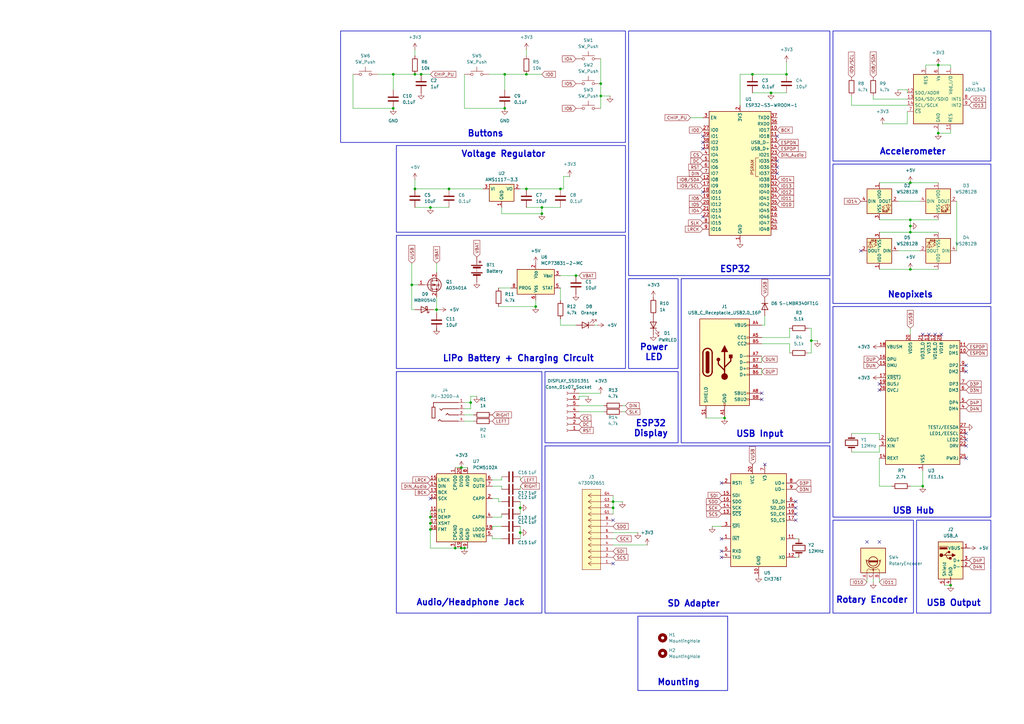
<source format=kicad_sch>
(kicad_sch (version 20250114) (generator "eeschema") (generator_version "9.0")
  (paper "A3")
  (rectangle (start 341.63 213.36) (end 374.65 251.46) (stroke (width 0.254)))
  (rectangle (start 223.52 152.4) (end 278.13 181.61) (stroke (width 0.254)))
  (rectangle (start 279.4 114.3) (end 340.36 181.61) (stroke (width 0.254)))
  (rectangle (start 223.52 182.88) (end 340.36 251.46) (stroke (width 0.254)))
  (rectangle (start 257.81 114.3) (end 278.13 151.13) (stroke (width 0.254)))
  (rectangle (start 139.7 12.7) (end 256.54 58.42) (stroke (width 0.254)))
  (rectangle (start 162.56 59.69) (end 256.54 95.25) (stroke (width 0.254)))
  (rectangle (start 341.63 67.31) (end 406.4 124.46) (stroke (width 0.254)))
  (rectangle (start 375.92 213.36) (end 406.4 251.46) (stroke (width 0.254)))
  (rectangle (start 257.81 12.7) (end 340.36 113.03) (stroke (width 0.254)))
  (rectangle (start 162.56 152.4) (end 222.25 251.46) (stroke (width 0.254)))
  (rectangle (start 341.63 12.7) (end 406.4 66.04) (stroke (width 0.254)))
  (rectangle (start 162.56 96.52) (end 256.54 151.13) (stroke (width 0.254)))
  (rectangle (start 261.62 252.73) (end 298.45 283.21) (stroke (width 0.254)))
  (rectangle (start 341.63 125.73) (end 406.4 212.09) (stroke (width 0.254)))
  (text "Voltage Regulator\n" (at 206.502 63.246 0) (effects (font (size 2.54 2.54) (thickness 0.508) (bold yes))))
  (text "Buttons" (at 199.136 54.864 0) (effects (font (size 2.54 2.54) (thickness 0.508) (bold yes))))
  (text "Audio/Headphone Jack" (at 193.04 247.142 0) (effects (font (size 2.54 2.54) (thickness 0.508) (bold yes))))
  (text "ESP32" (at 301.498 110.49 0) (effects (font (size 2.54 2.54) (thickness 0.508) (bold yes))))
  (text "Power\nLED" (at 268.224 144.526 0) (effects (font (size 2.54 2.54) (thickness 0.508) (bold yes))))
  (text " Mounting" (at 277.368 279.908 0) (effects (font (size 2.54 2.54) (thickness 0.508) (bold yes))))
  (text "Accelerometer" (at 374.396 62.23 0) (effects (font (size 2.54 2.54) (thickness 0.508) (bold yes))))
  (text "LiPo Battery + Charging Circuit" (at 212.598 147.066 0) (effects (font (size 2.54 2.54) (thickness 0.508) (bold yes))))
  (text "USB Hub\n" (at 374.65 209.55 0) (effects (font (size 2.54 2.54) (thickness 0.508) (bold yes))))
  (text "USB Input\n\n" (at 311.658 180.086 0) (effects (font (size 2.54 2.54) (thickness 0.508) (bold yes))))
  (text "USB Output\n\n" (at 391.16 249.428 0) (effects (font (size 2.54 2.54) (thickness 0.508) (bold yes))))
  (text "Rotary Encoder" (at 357.632 246.126 0) (effects (font (size 2.54 2.54) (thickness 0.508) (bold yes))))
  (text "SD Adapter" (at 284.48 247.65 0) (effects (font (size 2.54 2.54) (thickness 0.508) (bold yes))))
  (text "ESP32\nDisplay" (at 266.954 175.768 0) (effects (font (size 2.54 2.54) (thickness 0.508) (bold yes))))
  (text "Neopixels\n" (at 373.38 120.904 0) (effects (font (size 2.54 2.54) (thickness 0.508) (bold yes))))
  (junction (at 176.53 85.09))
  (junction (at 186.69 224.79))
  (junction (at 222.25 85.09))
  (junction (at 193.04 165.1))
  (junction (at 170.18 77.47))
  (junction (at 373.38 90.17))
  (junction (at 229.87 77.47))
  (junction (at 378.46 199.39))
  (junction (at 222.25 87.63))
  (junction (at 384.81 26.67))
  (junction (at 236.22 113.03))
  (junction (at 176.53 214.63))
  (junction (at 384.81 54.61))
  (junction (at 251.46 205.74))
  (junction (at 251.46 208.28))
  (junction (at 215.9 30.48))
  (junction (at 373.38 74.93))
  (junction (at 207.01 44.45))
  (junction (at 246.38 39.37))
  (junction (at 373.38 110.49))
  (junction (at 297.18 171.45))
  (junction (at 373.38 95.25))
  (junction (at 215.9 77.47))
  (junction (at 316.23 38.1))
  (junction (at 322.58 30.48))
  (junction (at 332.74 139.7))
  (junction (at 213.36 218.44))
  (junction (at 176.53 212.09))
  (junction (at 189.23 191.77))
  (junction (at 170.18 30.48))
  (junction (at 168.91 116.84))
  (junction (at 246.38 34.29))
  (junction (at 213.36 208.28))
  (junction (at 190.5 224.79))
  (junction (at 172.72 30.48))
  (junction (at 176.53 217.17))
  (junction (at 161.29 44.45))
  (junction (at 179.07 127))
  (junction (at 184.15 77.47))
  (junction (at 161.29 30.48))
  (junction (at 389.89 240.03))
  (junction (at 308.61 30.48))
  (junction (at 207.01 30.48))
  (junction (at 373.38 92.71))
  (junction (at 219.71 125.73))
  (junction (at 189.23 224.79))
  (no_connect (at 360.68 157.48))
  (no_connect (at 288.29 58.42))
  (no_connect (at 378.46 137.16))
  (no_connect (at 312.42 161.29))
  (no_connect (at 383.54 137.16))
  (no_connect (at 251.46 213.36))
  (no_connect (at 176.53 204.47))
  (no_connect (at 326.39 205.74))
  (no_connect (at 295.91 226.06))
  (no_connect (at 318.77 68.58))
  (no_connect (at 251.46 231.14))
  (no_connect (at 360.68 160.02))
  (no_connect (at 396.24 152.4))
  (no_connect (at 326.39 213.36))
  (no_connect (at 288.29 60.96))
  (no_connect (at 396.24 149.86))
  (no_connect (at 396.24 177.8))
  (no_connect (at 355.6 222.25))
  (no_connect (at 386.08 137.16))
  (no_connect (at 381 137.16))
  (no_connect (at 396.24 187.96))
  (no_connect (at 318.77 66.04))
  (no_connect (at 396.24 182.88))
  (no_connect (at 360.68 222.25))
  (no_connect (at 318.77 55.88))
  (no_connect (at 288.29 88.9))
  (no_connect (at 312.42 163.83))
  (no_connect (at 326.39 208.28))
  (no_connect (at 288.29 55.88))
  (no_connect (at 396.24 180.34))
  (no_connect (at 295.91 198.12))
  (no_connect (at 295.91 220.98))
  (no_connect (at 318.77 71.12))
  (no_connect (at 313.69 190.5))
  (no_connect (at 326.39 210.82))
  (no_connect (at 353.06 102.87))
  (no_connect (at 295.91 228.6))
  (no_connect (at 288.29 78.74))
  (wire (pts (xy 204.47 205.74) (xy 204.47 204.47)))
  (wire (pts (xy 387.35 240.03) (xy 389.89 240.03)))
  (wire (pts (xy 201.93 196.85) (xy 205.74 196.85)))
  (wire (pts (xy 323.85 140.97) (xy 323.85 144.78)))
  (wire (pts (xy 161.29 30.48) (xy 170.18 30.48)))
  (wire (pts (xy 312.42 133.35) (xy 313.69 133.35)))
  (wire (pts (xy 219.71 125.73) (xy 219.71 123.19)))
  (wire (pts (xy 373.38 110.49) (xy 384.81 110.49)))
  (wire (pts (xy 144.78 44.45) (xy 161.29 44.45)))
  (wire (pts (xy 251.46 205.74) (xy 255.27 205.74)))
  (wire (pts (xy 190.5 170.18) (xy 194.31 170.18)))
  (wire (pts (xy 312.42 146.05) (xy 312.42 148.59)))
  (wire (pts (xy 205.74 210.82) (xy 205.74 212.09)))
  (wire (pts (xy 207.01 30.48) (xy 207.01 36.83)))
  (wire (pts (xy 308.61 38.1) (xy 316.23 38.1)))
  (wire (pts (xy 251.46 223.52) (xy 265.43 223.52)))
  (wire (pts (xy 184.15 77.47) (xy 198.12 77.47)))
  (wire (pts (xy 179.07 121.92) (xy 179.07 127)))
  (wire (pts (xy 349.25 43.18) (xy 349.25 39.37)))
  (wire (pts (xy 161.29 30.48) (xy 161.29 36.83)))
  (wire (pts (xy 170.18 73.66) (xy 170.18 77.47)))
  (wire (pts (xy 379.73 27.94) (xy 379.73 26.67)))
  (wire (pts (xy 213.36 205.74) (xy 213.36 208.28)))
  (wire (pts (xy 332.74 144.78) (xy 331.47 144.78)))
  (wire (pts (xy 384.81 26.67) (xy 389.89 26.67)))
  (wire (pts (xy 360.68 177.8) (xy 360.68 180.34)))
  (wire (pts (xy 358.14 39.37) (xy 358.14 40.64)))
  (wire (pts (xy 201.93 219.71) (xy 201.93 220.98)))
  (wire (pts (xy 193.04 162.56) (xy 195.58 162.56)))
  (wire (pts (xy 245.11 133.35) (xy 243.84 133.35)))
  (wire (pts (xy 255.27 168.91) (xy 256.54 168.91)))
  (wire (pts (xy 322.58 25.4) (xy 322.58 30.48)))
  (wire (pts (xy 360.68 185.42) (xy 349.25 185.42)))
  (wire (pts (xy 172.72 30.48) (xy 176.53 30.48)))
  (wire (pts (xy 303.53 30.48) (xy 303.53 43.18)))
  (wire (pts (xy 360.68 187.96) (xy 360.68 199.39)))
  (wire (pts (xy 384.81 54.61) (xy 384.81 53.34)))
  (wire (pts (xy 215.9 77.47) (xy 213.36 77.47)))
  (wire (pts (xy 204.47 205.74) (xy 205.74 205.74)))
  (wire (pts (xy 179.07 127) (xy 177.8 127)))
  (wire (pts (xy 331.47 134.62) (xy 332.74 134.62)))
  (wire (pts (xy 378.46 193.04) (xy 378.46 199.39)))
  (wire (pts (xy 237.49 162.56) (xy 237.49 163.83)))
  (wire (pts (xy 176.53 212.09) (xy 176.53 214.63)))
  (wire (pts (xy 205.74 85.09) (xy 205.74 87.63)))
  (wire (pts (xy 170.18 85.09) (xy 176.53 85.09)))
  (wire (pts (xy 205.74 215.9) (xy 201.93 215.9)))
  (wire (pts (xy 332.74 139.7) (xy 332.74 144.78)))
  (wire (pts (xy 190.5 172.72) (xy 194.31 172.72)))
  (wire (pts (xy 323.85 138.43) (xy 323.85 134.62)))
  (wire (pts (xy 292.1 215.9) (xy 295.91 215.9)))
  (wire (pts (xy 186.69 224.79) (xy 189.23 224.79)))
  (wire (pts (xy 384.81 26.67) (xy 384.81 27.94)))
  (wire (pts (xy 215.9 30.48) (xy 222.25 30.48)))
  (wire (pts (xy 201.93 220.98) (xy 205.74 220.98)))
  (wire (pts (xy 231.14 77.47) (xy 229.87 77.47)))
  (wire (pts (xy 213.36 199.39) (xy 213.36 200.66)))
  (wire (pts (xy 170.18 20.32) (xy 170.18 22.86)))
  (wire (pts (xy 316.23 38.1) (xy 322.58 38.1)))
  (wire (pts (xy 251.46 203.2) (xy 251.46 205.74)))
  (wire (pts (xy 378.46 199.39) (xy 373.38 199.39)))
  (wire (pts (xy 327.66 228.6) (xy 326.39 228.6)))
  (wire (pts (xy 246.38 34.29) (xy 246.38 39.37)))
  (wire (pts (xy 289.56 171.45) (xy 297.18 171.45)))
  (wire (pts (xy 251.46 208.28) (xy 251.46 210.82)))
  (wire (pts (xy 368.3 36.83) (xy 372.11 36.83)))
  (wire (pts (xy 176.53 217.17) (xy 176.53 224.79)))
  (wire (pts (xy 154.94 30.48) (xy 161.29 30.48)))
  (wire (pts (xy 389.89 26.67) (xy 389.89 27.94)))
  (wire (pts (xy 312.42 140.97) (xy 323.85 140.97)))
  (wire (pts (xy 373.38 90.17) (xy 373.38 92.71)))
  (wire (pts (xy 193.04 162.56) (xy 193.04 165.1)))
  (wire (pts (xy 179.07 135.89) (xy 179.07 134.62)))
  (wire (pts (xy 180.34 127) (xy 179.07 127)))
  (wire (pts (xy 170.18 30.48) (xy 172.72 30.48)))
  (wire (pts (xy 379.73 26.67) (xy 384.81 26.67)))
  (wire (pts (xy 360.68 238.76) (xy 360.68 237.49)))
  (wire (pts (xy 229.87 130.81) (xy 229.87 133.35)))
  (wire (pts (xy 373.38 95.25) (xy 384.81 95.25)))
  (wire (pts (xy 251.46 218.44) (xy 261.62 218.44)))
  (wire (pts (xy 360.68 110.49) (xy 373.38 110.49)))
  (wire (pts (xy 373.38 90.17) (xy 384.81 90.17)))
  (wire (pts (xy 373.38 92.71) (xy 373.38 95.25)))
  (wire (pts (xy 358.14 238.76) (xy 358.14 237.49)))
  (wire (pts (xy 246.38 39.37) (xy 250.19 39.37)))
  (wire (pts (xy 392.43 82.55) (xy 392.43 102.87)))
  (wire (pts (xy 205.74 199.39) (xy 205.74 200.66)))
  (wire (pts (xy 308.61 30.48) (xy 322.58 30.48)))
  (wire (pts (xy 189.23 224.79) (xy 190.5 224.79)))
  (wire (pts (xy 236.22 113.03) (xy 237.49 113.03)))
  (wire (pts (xy 384.81 54.61) (xy 389.89 54.61)))
  (wire (pts (xy 222.25 85.09) (xy 229.87 85.09)))
  (wire (pts (xy 176.53 214.63) (xy 176.53 217.17)))
  (wire (pts (xy 283.21 48.26) (xy 288.29 48.26)))
  (wire (pts (xy 237.49 168.91) (xy 247.65 168.91)))
  (wire (pts (xy 201.93 199.39) (xy 205.74 199.39)))
  (wire (pts (xy 229.87 118.11) (xy 229.87 123.19)))
  (wire (pts (xy 252.73 220.98) (xy 251.46 220.98)))
  (wire (pts (xy 332.74 139.7) (xy 335.28 139.7)))
  (wire (pts (xy 372.11 36.83) (xy 372.11 38.1)))
  (wire (pts (xy 246.38 24.13) (xy 246.38 34.29)))
  (wire (pts (xy 179.07 107.95) (xy 179.07 111.76)))
  (wire (pts (xy 189.23 191.77) (xy 191.77 191.77)))
  (wire (pts (xy 200.66 30.48) (xy 207.01 30.48)))
  (wire (pts (xy 215.9 20.32) (xy 215.9 22.86)))
  (wire (pts (xy 215.9 85.09) (xy 222.25 85.09)))
  (wire (pts (xy 251.46 205.74) (xy 251.46 208.28)))
  (wire (pts (xy 186.69 191.77) (xy 189.23 191.77)))
  (wire (pts (xy 168.91 116.84) (xy 168.91 127)))
  (wire (pts (xy 360.68 90.17) (xy 373.38 90.17)))
  (wire (pts (xy 213.36 195.58) (xy 213.36 196.85)))
  (wire (pts (xy 222.25 87.63) (xy 222.25 85.09)))
  (wire (pts (xy 389.89 54.61) (xy 389.89 53.34)))
  (wire (pts (xy 168.91 107.95) (xy 168.91 116.84)))
  (wire (pts (xy 360.68 199.39) (xy 365.76 199.39)))
  (wire (pts (xy 237.49 161.29) (xy 246.38 161.29)))
  (wire (pts (xy 372.11 43.18) (xy 349.25 43.18)))
  (wire (pts (xy 377.19 102.87) (xy 368.3 102.87)))
  (wire (pts (xy 213.36 218.44) (xy 213.36 220.98)))
  (wire (pts (xy 332.74 134.62) (xy 332.74 139.7)))
  (wire (pts (xy 237.49 166.37) (xy 247.65 166.37)))
  (wire (pts (xy 229.87 113.03) (xy 236.22 113.03)))
  (wire (pts (xy 327.66 220.98) (xy 326.39 220.98)))
  (wire (pts (xy 205.74 87.63) (xy 222.25 87.63)))
  (wire (pts (xy 233.68 72.39) (xy 231.14 72.39)))
  (wire (pts (xy 176.53 85.09) (xy 184.15 85.09)))
  (wire (pts (xy 168.91 127) (xy 170.18 127)))
  (wire (pts (xy 176.53 209.55) (xy 176.53 212.09)))
  (wire (pts (xy 303.53 30.48) (xy 308.61 30.48)))
  (wire (pts (xy 176.53 224.79) (xy 186.69 224.79)))
  (wire (pts (xy 201.93 215.9) (xy 201.93 217.17)))
  (wire (pts (xy 229.87 77.47) (xy 215.9 77.47)))
  (wire (pts (xy 144.78 30.48) (xy 144.78 44.45)))
  (wire (pts (xy 204.47 204.47) (xy 201.93 204.47)))
  (wire (pts (xy 312.42 151.13) (xy 312.42 153.67)))
  (wire (pts (xy 373.38 134.62) (xy 373.38 137.16)))
  (wire (pts (xy 360.68 95.25) (xy 373.38 95.25)))
  (wire (pts (xy 190.5 167.64) (xy 193.04 167.64)))
  (wire (pts (xy 312.42 138.43) (xy 323.85 138.43)))
  (wire (pts (xy 360.68 182.88) (xy 360.68 185.42)))
  (wire (pts (xy 190.5 44.45) (xy 207.01 44.45)))
  (wire (pts (xy 246.38 39.37) (xy 246.38 44.45)))
  (wire (pts (xy 373.38 74.93) (xy 384.81 74.93)))
  (wire (pts (xy 168.91 116.84) (xy 171.45 116.84)))
  (wire (pts (xy 368.3 82.55) (xy 377.19 82.55)))
  (wire (pts (xy 372.11 50.8) (xy 372.11 45.72)))
  (wire (pts (xy 361.95 50.8) (xy 372.11 50.8)))
  (wire (pts (xy 204.47 125.73) (xy 219.71 125.73)))
  (wire (pts (xy 349.25 177.8) (xy 360.68 177.8)))
  (wire (pts (xy 207.01 30.48) (xy 215.9 30.48)))
  (wire (pts (xy 255.27 166.37) (xy 256.54 166.37)))
  (wire (pts (xy 213.36 215.9) (xy 213.36 218.44)))
  (wire (pts (xy 358.14 40.64) (xy 372.11 40.64)))
  (wire (pts (xy 170.18 77.47) (xy 184.15 77.47)))
  (wire (pts (xy 205.74 212.09) (xy 201.93 212.09)))
  (wire (pts (xy 360.68 74.93) (xy 373.38 74.93)))
  (wire (pts (xy 355.6 238.76) (xy 355.6 237.49)))
  (wire (pts (xy 213.36 210.82) (xy 213.36 208.28)))
  (wire (pts (xy 237.49 162.56) (xy 241.3 162.56)))
  (wire (pts (xy 190.5 30.48) (xy 190.5 44.45)))
  (wire (pts (xy 190.5 224.79) (xy 191.77 224.79)))
  (wire (pts (xy 313.69 133.35) (xy 313.69 129.54)))
  (wire (pts (xy 231.14 72.39) (xy 231.14 77.47)))
  (wire (pts (xy 229.87 133.35) (xy 236.22 133.35)))
  (wire (pts (xy 179.07 128.27) (xy 179.07 127)))
  (wire (pts (xy 193.04 165.1) (xy 190.5 165.1)))
  (wire (pts (xy 205.74 196.85) (xy 205.74 195.58)))
  (wire (pts (xy 204.47 118.11) (xy 209.55 118.11)))
  (wire (pts (xy 193.04 165.1) (xy 193.04 167.64)))
  (global_label "CS" (shape input) (at 237.49 171.45 0) (property "Intersheetrefs" "${INTERSHEET_REFS}" (effects (hide yes))))
  (global_label "IO14" (shape input) (at 318.77 73.66 0) (property "Intersheetrefs" "${INTERSHEET_REFS}" (effects (hide yes))))
  (global_label "VUSB" (shape input) (at 168.91 107.95 90) (property "Intersheetrefs" "${INTERSHEET_REFS}" (effects (hide yes))))
  (global_label "IO10" (shape input) (at 318.77 83.82 0) (property "Intersheetrefs" "${INTERSHEET_REFS}" (effects (hide yes))))
  (global_label "IO10" (shape input) (at 355.6 238.76 180) (property "Intersheetrefs" "${INTERSHEET_REFS}" (effects (hide yes))))
  (global_label "D3P" (shape input) (at 326.39 198.12 0) (property "Intersheetrefs" "${INTERSHEET_REFS}" (effects (hide yes))))
  (global_label "D3P" (shape input) (at 396.24 157.48 0) (property "Intersheetrefs" "${INTERSHEET_REFS}" (effects (hide yes))))
  (global_label "SDI" (shape input) (at 251.46 226.06 0) (property "Intersheetrefs" "${INTERSHEET_REFS}" (effects (hide yes))))
  (global_label "IO6" (shape input) (at 236.22 44.45 180) (property "Intersheetrefs" "${INTERSHEET_REFS}" (effects (hide yes))))
  (global_label "SDI" (shape input) (at 295.91 203.2 180) (property "Intersheetrefs" "${INTERSHEET_REFS}" (effects (hide yes))))
  (global_label "RST" (shape input) (at 288.29 68.58 180) (property "Intersheetrefs" "${INTERSHEET_REFS}" (effects (hide yes))))
  (global_label "DUN" (shape input) (at 360.68 149.86 180) (property "Intersheetrefs" "${INTERSHEET_REFS}" (effects (hide yes))))
  (global_label "BCK" (shape input) (at 176.53 201.93 180) (property "Intersheetrefs" "${INTERSHEET_REFS}" (effects (hide yes))))
  (global_label "DUP" (shape input) (at 312.42 152.4 0) (property "Intersheetrefs" "${INTERSHEET_REFS}" (effects (hide yes))))
  (global_label "IO4" (shape input) (at 236.22 24.13 180) (property "Intersheetrefs" "${INTERSHEET_REFS}" (effects (hide yes))))
  (global_label "DUN" (shape input) (at 312.42 147.32 0) (property "Intersheetrefs" "${INTERSHEET_REFS}" (effects (hide yes))))
  (global_label "VUSB" (shape input) (at 308.61 190.5 90) (property "Intersheetrefs" "${INTERSHEET_REFS}" (effects (hide yes))))
  (global_label "IO0" (shape input) (at 222.25 30.48 0) (property "Intersheetrefs" "${INTERSHEET_REFS}" (effects (hide yes))))
  (global_label "D3N" (shape input) (at 396.24 160.02 0) (property "Intersheetrefs" "${INTERSHEET_REFS}" (effects (hide yes))))
  (global_label "VUSB" (shape input) (at 313.69 121.92 90) (property "Intersheetrefs" "${INTERSHEET_REFS}" (effects (hide yes))))
  (global_label "SDO" (shape input) (at 251.46 215.9 0) (property "Intersheetrefs" "${INTERSHEET_REFS}" (effects (hide yes))))
  (global_label "CHIP_PU" (shape input) (at 176.53 30.48 0) (property "Intersheetrefs" "${INTERSHEET_REFS}" (effects (hide yes))))
  (global_label "IO4" (shape input) (at 288.29 86.36 180) (property "Intersheetrefs" "${INTERSHEET_REFS}" (effects (hide yes))))
  (global_label "D4N" (shape input) (at 396.24 167.64 0) (property "Intersheetrefs" "${INTERSHEET_REFS}" (effects (hide yes))))
  (global_label "SCS" (shape input) (at 251.46 228.6 0) (property "Intersheetrefs" "${INTERSHEET_REFS}" (effects (hide yes))))
  (global_label "RIGHT" (shape input) (at 201.93 170.18 0) (property "Intersheetrefs" "${INTERSHEET_REFS}" (effects (hide yes))))
  (global_label "IO11" (shape input) (at 360.68 238.76 0) (property "Intersheetrefs" "${INTERSHEET_REFS}" (effects (hide yes))))
  (global_label "IO13" (shape input) (at 318.77 76.2 0) (property "Intersheetrefs" "${INTERSHEET_REFS}" (effects (hide yes))))
  (global_label "IO0" (shape input) (at 288.29 53.34 180) (property "Intersheetrefs" "${INTERSHEET_REFS}" (effects (hide yes))))
  (global_label "LRCK" (shape input) (at 176.53 196.85 180) (property "Intersheetrefs" "${INTERSHEET_REFS}" (effects (hide yes))))
  (global_label "LRCK" (shape input) (at 288.29 93.98 180) (property "Intersheetrefs" "${INTERSHEET_REFS}" (effects (hide yes))))
  (global_label "VUSB" (shape input) (at 373.38 134.62 90) (property "Intersheetrefs" "${INTERSHEET_REFS}" (effects (hide yes))))
  (global_label "IO8{slash}SDA" (shape input) (at 358.14 31.75 90) (property "Intersheetrefs" "${INTERSHEET_REFS}" (effects (hide yes))))
  (global_label "D4P" (shape input) (at 397.51 229.87 0) (property "Intersheetrefs" "${INTERSHEET_REFS}" (effects (hide yes))))
  (global_label "SDO" (shape input) (at 295.91 205.74 180) (property "Intersheetrefs" "${INTERSHEET_REFS}" (effects (hide yes))))
  (global_label "IO5" (shape input) (at 236.22 34.29 180) (property "Intersheetrefs" "${INTERSHEET_REFS}" (effects (hide yes))))
  (global_label "LEFT" (shape input) (at 201.93 172.72 0) (property "Intersheetrefs" "${INTERSHEET_REFS}" (effects (hide yes))))
  (global_label "ESPDN" (shape input) (at 318.77 58.42 0) (property "Intersheetrefs" "${INTERSHEET_REFS}" (effects (hide yes))))
  (global_label "D4P" (shape input) (at 396.24 165.1 0) (property "Intersheetrefs" "${INTERSHEET_REFS}" (effects (hide yes))))
  (global_label "ESPDN" (shape input) (at 396.24 144.78 0) (property "Intersheetrefs" "${INTERSHEET_REFS}" (effects (hide yes))))
  (global_label "IO6" (shape input) (at 288.29 81.28 180) (property "Intersheetrefs" "${INTERSHEET_REFS}" (effects (hide yes))))
  (global_label "VBAT" (shape input) (at 195.58 105.41 90) (property "Intersheetrefs" "${INTERSHEET_REFS}" (effects (hide yes))))
  (global_label "IO9{slash}SCL" (shape input) (at 288.29 76.2 180) (property "Intersheetrefs" "${INTERSHEET_REFS}" (effects (hide yes))))
  (global_label "LEFT" (shape input) (at 213.36 196.85 0) (property "Intersheetrefs" "${INTERSHEET_REFS}" (effects (hide yes))))
  (global_label "DC" (shape input) (at 237.49 173.99 0) (property "Intersheetrefs" "${INTERSHEET_REFS}" (effects (hide yes))))
  (global_label "ESPDP" (shape input) (at 318.77 60.96 0) (property "Intersheetrefs" "${INTERSHEET_REFS}" (effects (hide yes))))
  (global_label "DUP" (shape input) (at 360.68 147.32 180) (property "Intersheetrefs" "${INTERSHEET_REFS}" (effects (hide yes))))
  (global_label "IO14" (shape input) (at 353.06 82.55 180) (property "Intersheetrefs" "${INTERSHEET_REFS}" (effects (hide yes))))
  (global_label "IO8{slash}SDA" (shape input) (at 288.29 73.66 180) (property "Intersheetrefs" "${INTERSHEET_REFS}" (effects (hide yes))))
  (global_label "RST" (shape input) (at 237.49 176.53 0) (property "Intersheetrefs" "${INTERSHEET_REFS}" (effects (hide yes))))
  (global_label "IO11" (shape input) (at 318.77 81.28 0) (property "Intersheetrefs" "${INTERSHEET_REFS}" (effects (hide yes))))
  (global_label "VBAT" (shape input) (at 237.49 113.03 0) (property "Intersheetrefs" "${INTERSHEET_REFS}" (effects (hide yes))))
  (global_label "IO12" (shape input) (at 397.51 40.64 0) (property "Intersheetrefs" "${INTERSHEET_REFS}" (effects (hide yes))))
  (global_label "DIN_Audio" (shape input) (at 318.77 63.5 0) (property "Intersheetrefs" "${INTERSHEET_REFS}" (effects (hide yes))))
  (global_label "CS" (shape input) (at 288.29 63.5 180) (property "Intersheetrefs" "${INTERSHEET_REFS}" (effects (hide yes))))
  (global_label "BCK" (shape input) (at 318.77 53.34 0) (property "Intersheetrefs" "${INTERSHEET_REFS}" (effects (hide yes))))
  (global_label "IO12" (shape input) (at 318.77 78.74 0) (property "Intersheetrefs" "${INTERSHEET_REFS}" (effects (hide yes))))
  (global_label "DIN" (shape input) (at 288.29 71.12 180) (property "Intersheetrefs" "${INTERSHEET_REFS}" (effects (hide yes))))
  (global_label "SCS" (shape input) (at 295.91 210.82 180) (property "Intersheetrefs" "${INTERSHEET_REFS}" (effects (hide yes))))
  (global_label "IO13" (shape input) (at 397.51 43.18 0) (property "Intersheetrefs" "${INTERSHEET_REFS}" (effects (hide yes))))
  (global_label "SCK" (shape input) (at 252.73 220.98 0) (property "Intersheetrefs" "${INTERSHEET_REFS}" (effects (hide yes))))
  (global_label "IO5" (shape input) (at 288.29 83.82 180) (property "Intersheetrefs" "${INTERSHEET_REFS}" (effects (hide yes))))
  (global_label "IO9{slash}SCL" (shape input) (at 349.25 31.75 90) (property "Intersheetrefs" "${INTERSHEET_REFS}" (effects (hide yes))))
  (global_label "SCK" (shape input) (at 295.91 208.28 180) (property "Intersheetrefs" "${INTERSHEET_REFS}" (effects (hide yes))))
  (global_label "DC" (shape input) (at 288.29 66.04 180) (property "Intersheetrefs" "${INTERSHEET_REFS}" (effects (hide yes))))
  (global_label "CHIP_PU" (shape input) (at 283.21 48.26 180) (property "Intersheetrefs" "${INTERSHEET_REFS}" (effects (hide yes))))
  (global_label "DIN" (shape input) (at 256.54 166.37 0) (property "Intersheetrefs" "${INTERSHEET_REFS}" (effects (hide yes))))
  (global_label "VBAT" (shape input) (at 179.07 107.95 90) (property "Intersheetrefs" "${INTERSHEET_REFS}" (effects (hide yes))))
  (global_label "SLK" (shape input) (at 288.29 91.44 180) (property "Intersheetrefs" "${INTERSHEET_REFS}" (effects (hide yes))))
  (global_label "DIN_Audio" (shape input) (at 176.53 199.39 180) (property "Intersheetrefs" "${INTERSHEET_REFS}" (effects (hide yes))))
  (global_label "SLK" (shape input) (at 256.54 168.91 0) (property "Intersheetrefs" "${INTERSHEET_REFS}" (effects (hide yes))))
  (global_label "D4N" (shape input) (at 397.51 232.41 0) (property "Intersheetrefs" "${INTERSHEET_REFS}" (effects (hide yes))))
  (global_label "RIGHT" (shape input) (at 213.36 199.39 0) (property "Intersheetrefs" "${INTERSHEET_REFS}" (effects (hide yes))))
  (global_label "ESPDP" (shape input) (at 396.24 142.24 0) (property "Intersheetrefs" "${INTERSHEET_REFS}" (effects (hide yes))))
  (global_label "D3N" (shape input) (at 326.39 200.66 0) (property "Intersheetrefs" "${INTERSHEET_REFS}" (effects (hide yes))))
  (symbol (lib_id "power:GND") (at 255.27 205.74 0) (unit 1)
    (property "Reference" "#PWR048" (effects (hide yes)))
    (property "Value" "GND" (effects (hide yes)))
    (property "Description" "Power symbol creates a global label with name \"GND\" , ground" (effects (hide yes)))
  )
  (symbol (lib_id "power:GND") (at 267.97 137.16 0) (unit 1)
    (property "Reference" "#PWR042" (effects (hide yes)))
    (property "Value" "GND" (effects (hide yes)))
    (property "Description" "Power symbol creates a global label with name \"GND\" , ground" (effects (hide yes)))
  )
  (symbol (lib_id "power:+3V3") (at 170.18 20.32 0) (unit 1)
    (property "Reference" "#PWR017" (effects (hide yes)))
    (property "Value" "+3V3" (at 170.18 15.24 0))
    (property "Description" "Power symbol creates a global label with name \"+3V3\"" (effects (hide yes)))
  )
  (symbol (lib_id "Device:Battery") (at 195.58 110.49 0) (unit 1)
    (property "Reference" "BT1" (at 199.39 108.6484 0) (effects (justify left)))
    (property "Value" "Battery" (at 199.39 111.1884 0) (effects (justify left)))
    (property "Footprint" "Connector_JST:JST_PH_S2B-PH-K_1x02_P2.00mm_Horizontal" (effects (hide yes)))
    (property "Description" "Multiple-cell battery" (effects (hide yes)))
    (property "LCSC" "C265016" (effects (hide yes)))
  )
  (symbol (lib_id "Interface:CH376T") (at 311.15 213.36 0) (unit 1)
    (property "Reference" "U5" (at 313.2933 234.95 0) (effects (justify left)))
    (property "Value" "CH376T" (at 313.2933 237.49 0) (effects (justify left)))
    (property "Footprint" "Package_SO:SSOP-20_5.3x7.2mm_P0.65mm" (effects (hide yes)))
    (property "Datasheet" "https://www.mpja.com/download/ch376ds1.pdf" (effects (hide yes)))
    (property "Description" "File Management USB Flash Card SD Interface, SSOP-20" (effects (hide yes)))
    (property "LCSC" "C21282" (effects (hide yes)))
  )
  (symbol (lib_id "power:GND") (at 297.18 171.45 0) (unit 1)
    (property "Reference" "#PWR02" (effects (hide yes)))
    (property "Value" "GND" (effects (hide yes)))
    (property "Description" "Power symbol creates a global label with name \"GND\" , ground" (effects (hide yes)))
  )
  (symbol (lib_id "Battery_Management:MCP73831-2-MC") (at 219.71 115.57 0) (unit 1)
    (property "Reference" "U6" (at 221.8533 105.41 0) (effects (justify left)))
    (property "Value" "MCP73831-2-MC" (at 221.8533 107.95 0) (effects (justify left)))
    (property "Footprint" "Package_DFN_QFN:DFN-8-1EP_3x2mm_P0.5mm_EP1.7x1.4mm" (effects (hide yes)))
    (property "Datasheet" "http://ww1.microchip.com/downloads/en/DeviceDoc/20001984g.pdf" (effects (hide yes)))
    (property "Description" "Single cell, Li-Ion/Li-Po charge management controller, 4.20V, Tri-State Status Output, in DFN-8 package" (effects (hide yes)))
    (property "LCSC" "C150772" (effects (hide yes)))
  )
  (symbol (lib_id "power:GND") (at 358.14 238.76 0) (unit 1)
    (property "Reference" "#PWR041" (effects (hide yes)))
    (property "Value" "GND" (effects (hide yes)))
    (property "Description" "Power symbol creates a global label with name \"GND\" , ground" (effects (hide yes)))
  )
  (symbol (lib_id "power:GND") (at 219.71 125.73 0) (unit 1)
    (property "Reference" "#PWR045" (effects (hide yes)))
    (property "Value" "GND" (effects (hide yes)))
    (property "Description" "Power symbol creates a global label with name \"GND\" , ground" (effects (hide yes)))
  )
  (symbol (lib_id "Device:R") (at 327.66 134.62 270) (unit 1)
    (property "Reference" "R3" (at 327.66 128.27 90))
    (property "Value" "5.1k" (at 327.66 130.81 90))
    (property "Footprint" "Resistor_SMD:R_0805_2012Metric" (effects (hide yes)))
    (property "Description" "Resistor" (effects (hide yes)))
    (property "LCSC" "C27834" (effects (hide yes)))
  )
  (symbol (lib_id "power:GND") (at 311.15 236.22 0) (unit 1)
    (property "Reference" "#PWR035" (effects (hide yes)))
    (property "Value" "GND" (effects (hide yes)))
    (property "Description" "Power symbol creates a global label with name \"GND\" , ground" (effects (hide yes)))
  )
  (symbol (lib_id "Device:C") (at 179.07 132.08 0) (unit 1)
    (property "Reference" "C11" (at 182.88 130.8099 0) (effects (justify left)))
    (property "Value" "10uF" (at 182.88 133.3499 0) (effects (justify left)))
    (property "Footprint" "Capacitor_SMD:C_0805_2012Metric" (effects (hide yes)))
    (property "Description" "Unpolarized capacitor" (effects (hide yes)))
    (property "LCSC" "C40894" (effects (hide yes)))
  )
  (symbol (lib_id "power:GND") (at 179.07 134.62 0) (unit 1)
    (property "Reference" "#PWR022" (effects (hide yes)))
    (property "Value" "GND" (effects (hide yes)))
    (property "Description" "Power symbol creates a global label with name \"GND\" , ground" (effects (hide yes)))
  )
  (symbol (lib_id "Device:R") (at 251.46 168.91 90) (unit 1)
    (property "Reference" "R14" (at 251.46 171.196 90))
    (property "Value" "4.7k" (at 251.46 173.736 90))
    (property "Footprint" "Resistor_SMD:R_0805_2012Metric" (effects (hide yes)))
    (property "Description" "Resistor" (effects (hide yes)))
    (property "LCSC" "C60816" (effects (hide yes)))
  )
  (symbol (lib_id "power:GND") (at 161.29 44.45 0) (unit 1)
    (property "Reference" "#PWR013" (effects (hide yes)))
    (property "Value" "GND" (at 161.29 49.53 0))
    (property "Description" "Power symbol creates a global label with name \"GND\" , ground" (effects (hide yes)))
  )
  (symbol (lib_id "Device:R") (at 251.46 166.37 90) (unit 1)
    (property "Reference" "R13" (at 251.46 160.02 90))
    (property "Value" "4.7k" (at 251.46 162.56 90))
    (property "Footprint" "Resistor_SMD:R_0805_2012Metric" (effects (hide yes)))
    (property "Description" "Resistor" (effects (hide yes)))
    (property "LCSC" "C60816" (effects (hide yes)))
  )
  (symbol (lib_id "power:GND") (at 207.01 44.45 0) (unit 1)
    (property "Reference" "#PWR012" (effects (hide yes)))
    (property "Value" "GND" (at 207.01 49.53 0))
    (property "Description" "Power symbol creates a global label with name \"GND\" , ground" (effects (hide yes)))
  )
  (symbol (lib_id "Device:Crystal") (at 349.25 181.61 270) (unit 1)
    (property "Reference" "Y1" (at 353.06 180.3399 90) (effects (justify left)))
    (property "Value" "12MHz" (at 353.06 182.8799 90) (effects (justify left)))
    (property "Footprint" "Crystal:Crystal_SMD_5032-2Pin_5.0x3.2mm" (effects (hide yes)))
    (property "Description" "Two pin crystal" (effects (hide yes)))
    (property "LCSC" "C3035202" (effects (hide yes)))
  )
  (symbol (lib_id "Device:R") (at 358.14 35.56 0) (unit 1)
    (property "Reference" "R9" (at 360.68 34.2899 0) (effects (justify left)))
    (property "Value" "4.7k" (at 360.68 36.8299 0) (effects (justify left)))
    (property "Footprint" "Resistor_SMD:R_0805_2012Metric" (effects (hide yes)))
    (property "Description" "Resistor" (effects (hide yes)))
    (property "LCSC" "C60816" (effects (hide yes)))
  )
  (symbol (lib_id "power:+3V3") (at 360.68 142.24 90) (unit 1)
    (property "Reference" "#PWR024" (effects (hide yes)))
    (property "Value" "+3V3" (at 356.87 142.2399 90) (effects (justify left)))
    (property "Description" "Power symbol creates a global label with name \"+3V3\"" (effects (hide yes)))
  )
  (symbol (lib_id "Switch:SW_Push") (at 241.3 44.45 0) (unit 1)
    (property "Reference" "SW3" (at 241.3 36.83 0))
    (property "Value" "SW_Push" (at 241.3 39.37 0))
    (property "Footprint" "Button_Switch_SMD:SW_Push_1P1T_NO_6x6mm_H9.5mm" (effects (hide yes)))
    (property "Description" "Push button switch, generic, two pins" (effects (hide yes)))
    (property "LCSC" "C455110" (effects (hide yes)))
  )
  (symbol (lib_id "power:+5V") (at 219.71 107.95 0) (unit 1)
    (property "Reference" "#PWR046" (effects (hide yes)))
    (property "Value" "+5V" (at 219.71 102.87 0))
    (property "Description" "Power symbol creates a global label with name \"+5V\"" (effects (hide yes)))
  )
  (symbol (lib_id "Switch:SW_Push") (at 149.86 30.48 0) (unit 1)
    (property "Reference" "SW6" (at 149.86 22.86 0))
    (property "Value" "SW_Push" (at 149.86 25.4 0))
    (property "Footprint" "Button_Switch_SMD:SW_Push_1P1T_NO_CK_KMR2" (effects (hide yes)))
    (property "Description" "Push button switch, generic, two pins" (effects (hide yes)))
    (property "LCSC" "C221676" (effects (hide yes)))
  )
  (symbol (lib_id "power:+3V3") (at 360.68 154.94 90) (unit 1)
    (property "Reference" "#PWR025" (effects (hide yes)))
    (property "Value" "+3V3" (at 356.87 154.9399 90) (effects (justify left)))
    (property "Description" "Power symbol creates a global label with name \"+3V3\"" (effects (hide yes)))
  )
  (symbol (lib_id "Device:R") (at 204.47 121.92 0) (unit 1)
    (property "Reference" "R11" (at 207.01 120.6499 0) (effects (justify left)))
    (property "Value" "4.7k" (at 207.01 123.1899 0) (effects (justify left)))
    (property "Footprint" "Resistor_SMD:R_0805_2012Metric" (effects (hide yes)))
    (property "Description" "Resistor" (effects (hide yes)))
    (property "LCSC" "C60816" (effects (hide yes)))
  )
  (symbol (lib_id "LED:WS2812B") (at 384.81 102.87 180) (unit 1)
    (property "Reference" "D4" (at 396.24 97.4246 0))
    (property "Value" "WS2812B" (at 396.24 99.9646 0))
    (property "Footprint" "LED_SMD:LED_WS2812B_PLCC4_5.0x5.0mm_P3.2mm" (effects (hide yes)))
    (property "Datasheet" "https://cdn-shop.adafruit.com/datasheets/WS2812B.pdf" (effects (hide yes)))
    (property "Description" "RGB LED with integrated controller" (effects (hide yes)))
    (property "LCSC" "C114586" (effects (hide yes)))
  )
  (symbol (lib_id "Audio:PCM5102A") (at 189.23 207.01 0) (unit 1)
    (property "Reference" "U7" (at 193.9133 189.23 0) (effects (justify left)))
    (property "Value" "PCM5102A" (at 193.9133 191.77 0) (effects (justify left)))
    (property "Footprint" "Package_SO:TSSOP-20_4.4x6.5mm_P0.65mm" (effects (hide yes)))
    (property "Datasheet" "https://www.ti.com/lit/ds/symlink/pcm5102a.pdf" (effects (hide yes)))
    (property "Description" "2.1 VRMS, 112dB Audio Stereo DAC with PLL and 32-bit, 384kHz PCM Interface, TSSOP-20" (effects (hide yes)))
    (property "DigiKey" "296-36707-1-ND" (effects (hide yes)))
  )
  (symbol (lib_id "power:GND") (at 373.38 92.71 90) (unit 1)
    (property "Reference" "#PWR026" (effects (hide yes)))
    (property "Value" "GND" (effects (hide yes)))
    (property "Description" "Power symbol creates a global label with name \"GND\" , ground" (effects (hide yes)))
  )
  (symbol (lib_id "Connector:USB_A") (at 389.89 229.87 0) (unit 1)
    (property "Reference" "J2" (at 389.89 217.17 0))
    (property "Value" "USB_A" (at 389.89 219.71 0))
    (property "Footprint" "Connector_USB:USB_A_Molex_67643_Horizontal" (effects (hide yes)))
    (property "Description" "USB Type A connector" (effects (hide yes)))
    (property "LCSC" "C464564" (effects (hide yes)))
  )
  (symbol (lib_id "Device:C") (at 209.55 195.58 90) (unit 1)
    (property "Reference" "C16" (at 214.376 193.802 90))
    (property "Value" "1uF" (at 218.44 193.802 90))
    (property "Footprint" "Capacitor_SMD:C_0805_2012Metric" (effects (hide yes)))
    (property "Description" "Unpolarized capacitor" (effects (hide yes)))
    (property "LCSC" "C215803" (effects (hide yes)))
  )
  (symbol (lib_id "Device:C") (at 229.87 81.28 0) (unit 1)
    (property "Reference" "C8" (at 233.68 80.0099 0) (effects (justify left)))
    (property "Value" "0.1uF" (at 233.68 82.5499 0) (effects (justify left)))
    (property "Footprint" "Capacitor_SMD:C_0805_2012Metric" (effects (hide yes)))
    (property "Description" "Unpolarized capacitor" (effects (hide yes)))
    (property "LCSC" "C476766" (effects (hide yes)))
  )
  (symbol (lib_id "LED:WS2812B") (at 360.68 82.55 0) (unit 1)
    (property "Reference" "D2" (at 372.11 76.1298 0))
    (property "Value" "WS2812B" (at 372.11 78.6698 0))
    (property "Footprint" "LED_SMD:LED_WS2812B_PLCC4_5.0x5.0mm_P3.2mm" (effects (hide yes)))
    (property "Datasheet" "https://cdn-shop.adafruit.com/datasheets/WS2812B.pdf" (effects (hide yes)))
    (property "Description" "RGB LED with integrated controller" (effects (hide yes)))
    (property "LCSC" "C114586" (effects (hide yes)))
  )
  (symbol (lib_id "power:GND") (at 389.89 240.03 0) (unit 1)
    (property "Reference" "#PWR030" (effects (hide yes)))
    (property "Value" "GND" (effects (hide yes)))
    (property "Description" "Power symbol creates a global label with name \"GND\" , ground" (effects (hide yes)))
  )
  (symbol (lib_id "Device:C") (at 308.61 34.29 0) (unit 1)
    (property "Reference" "C3" (at 312.42 33.0199 0) (effects (justify left)))
    (property "Value" "0.1uF" (at 312.42 35.5599 0) (effects (justify left)))
    (property "Footprint" "Capacitor_SMD:C_0805_2012Metric" (effects (hide yes)))
    (property "Description" "Unpolarized capacitor" (effects (hide yes)))
    (property "LCSC" "C476766" (effects (hide yes)))
  )
  (symbol (lib_id "Device:Crystal") (at 327.66 224.79 270) (unit 1)
    (property "Reference" "Y2" (at 331.47 223.5199 90) (effects (justify left)))
    (property "Value" "12MHz" (at 331.47 226.0599 90) (effects (justify left)))
    (property "Footprint" "Crystal:Crystal_SMD_5032-2Pin_5.0x3.2mm" (effects (hide yes)))
    (property "Description" "Two pin crystal" (effects (hide yes)))
    (property "LCSC" "C3035202" (effects (hide yes)))
  )
  (symbol (lib_id "power:GND") (at 236.22 120.65 0) (unit 1)
    (property "Reference" "#PWR044" (effects (hide yes)))
    (property "Value" "GND" (effects (hide yes)))
    (property "Description" "Power symbol creates a global label with name \"GND\" , ground" (effects (hide yes)))
  )
  (symbol (lib_id "473092651:473092651") (at 251.46 231.14 180) (unit 1)
    (property "Reference" "J3" (at 242.57 195.58 0))
    (property "Value" "473092651" (at 242.57 198.12 0))
    (property "Footprint" "473092651:CONN12_47309-2651_MOL" (effects (hide yes)))
    (property "MF" "Molex" (effects (hide yes)))
    (property "Description_1" "Right Angle Surface Mount Micro SD Card Connector, with Solder Termination | Molex Incorporated 47309-2651" (effects (hide yes)))
    (property "Package" "None" (effects (hide yes)))
    (property "Price" "None" (effects (hide yes)))
    (property "Check_prices" "https://www.snapeda.com/parts/47309-2651/Molex/view-part/?ref=eda" (effects (hide yes)))
    (property "Availability" "In Stock" (effects (hide yes)))
    (property "SnapEDA_Link" "https://www.snapeda.com/parts/47309-2651/Molex/view-part/?ref=snap" (effects (hide yes)))
    (property "MP" "47309-2651" (effects (hide yes)))
    (property "TYPE" "PC Card Sockets" (effects (hide yes)))
    (property "MFR_NAME" "Molex Connector Corporation" (effects (hide yes)))
    (property "MANUFACTURER_PART_NUMBER" "473092651" (effects (hide yes)))
    (property "DigiKey" "WM6700CT-ND" (effects (hide yes)))
  )
  (symbol (lib_id "power:+5V") (at 373.38 110.49 0) (unit 1)
    (property "Reference" "#PWR028" (effects (hide yes)))
    (property "Value" "+5V" (at 373.38 105.41 0))
    (property "Description" "Power symbol creates a global label with name \"+5V\"" (effects (hide yes)))
  )
  (symbol (lib_id "LED:WS2812B") (at 384.81 82.55 0) (unit 1)
    (property "Reference" "D3" (at 396.24 76.1298 0))
    (property "Value" "WS2812B" (at 396.24 78.6698 0))
    (property "Footprint" "LED_SMD:LED_WS2812B_PLCC4_5.0x5.0mm_P3.2mm" (effects (hide yes)))
    (property "Datasheet" "https://cdn-shop.adafruit.com/datasheets/WS2812B.pdf" (effects (hide yes)))
    (property "Description" "RGB LED with integrated controller" (effects (hide yes)))
    (property "LCSC" "C114586" (effects (hide yes)))
  )
  (symbol (lib_id "power:+3V3") (at 361.95 50.8 0) (unit 1)
    (property "Reference" "#PWR034" (effects (hide yes)))
    (property "Value" "+3V3" (at 361.95 45.72 0))
    (property "Description" "Power symbol creates a global label with name \"+3V3\"" (effects (hide yes)))
  )
  (symbol (lib_id "Device:C") (at 161.29 40.64 0) (unit 1)
    (property "Reference" "C10" (at 165.1 39.3699 0) (effects (justify left)))
    (property "Value" "0.1uF" (at 165.1 41.9099 0) (effects (justify left)))
    (property "Footprint" "Capacitor_SMD:C_0805_2012Metric" (effects (hide yes)))
    (property "Description" "Unpolarized capacitor" (effects (hide yes)))
    (property "LCSC" "C476766" (effects (hide yes)))
  )
  (symbol (lib_id "power:+3V3") (at 384.81 26.67 0) (unit 1)
    (property "Reference" "#PWR032" (effects (hide yes)))
    (property "Value" "+3V3" (at 384.81 21.59 0))
    (property "Description" "Power symbol creates a global label with name \"+3V3\"" (effects (hide yes)))
  )
  (symbol (lib_id "power:+3V3") (at 267.97 121.92 0) (unit 1)
    (property "Reference" "#PWR011" (effects (hide yes)))
    (property "Value" "+3V3" (at 267.97 116.84 0))
    (property "Description" "Power symbol creates a global label with name \"+3V3\"" (effects (hide yes)))
  )
  (symbol (lib_id "power:+3V3") (at 189.23 191.77 0) (unit 1)
    (property "Reference" "#PWR036" (effects (hide yes)))
    (property "Value" "+3V3" (at 189.23 186.69 0))
    (property "Description" "Power symbol creates a global label with name \"+3V3\"" (effects (hide yes)))
  )
  (symbol (lib_id "power:GND") (at 250.19 39.37 0) (unit 1)
    (property "Reference" "#PWR010" (effects (hide yes)))
    (property "Value" "GND" (effects (hide yes)))
    (property "Description" "Power symbol creates a global label with name \"GND\" , ground" (effects (hide yes)))
  )
  (symbol (lib_id "Device:C") (at 209.55 205.74 90) (unit 1)
    (property "Reference" "C12" (at 214.376 203.962 90))
    (property "Value" "1uF" (at 218.44 203.962 90))
    (property "Footprint" "Capacitor_SMD:C_0805_2012Metric" (effects (hide yes)))
    (property "Description" "Unpolarized capacitor" (effects (hide yes)))
    (property "LCSC" "C215803" (effects (hide yes)))
  )
  (symbol (lib_id "Device:C") (at 236.22 116.84 0) (unit 1)
    (property "Reference" "C1" (at 240.03 115.5699 0) (effects (justify left)))
    (property "Value" "10uF" (at 240.03 118.1099 0) (effects (justify left)))
    (property "Footprint" "Capacitor_SMD:C_0805_2012Metric" (effects (hide yes)))
    (property "Description" "Unpolarized capacitor" (effects (hide yes)))
    (property "LCSC" "C40894" (effects (hide yes)))
  )
  (symbol (lib_id "Device:C") (at 209.55 200.66 90) (unit 1)
    (property "Reference" "C17" (at 214.376 202.184 90))
    (property "Value" "1uF" (at 218.44 202.184 90))
    (property "Footprint" "Capacitor_SMD:C_0805_2012Metric" (effects (hide yes)))
    (property "Description" "Unpolarized capacitor" (effects (hide yes)))
    (property "LCSC" "C215803" (effects (hide yes)))
  )
  (symbol (lib_id "power:+5V") (at 373.38 74.93 0) (unit 1)
    (property "Reference" "#PWR027" (effects (hide yes)))
    (property "Value" "+5V" (at 373.38 69.85 0))
    (property "Description" "Power symbol creates a global label with name \"+5V\"" (effects (hide yes)))
  )
  (symbol (lib_id "Mechanical:MountingHole") (at 271.78 261.62 0) (unit 1) (in_bom no)
    (property "Reference" "H1" (at 274.32 260.3499 0) (effects (justify left)))
    (property "Value" "MountingHole" (at 274.32 262.8899 0) (effects (justify left)))
    (property "Footprint" "MountingHole:MountingHole_2.2mm_M2" (effects (hide yes)))
    (property "Description" "Mounting Hole without connection" (effects (hide yes)))
  )
  (symbol (lib_id "Device:R") (at 327.66 144.78 270) (unit 1)
    (property "Reference" "R4" (at 327.66 138.43 90))
    (property "Value" "5.1k" (at 327.66 140.97 90))
    (property "Footprint" "Resistor_SMD:R_0805_2012Metric" (effects (hide yes)))
    (property "Description" "Resistor" (effects (hide yes)))
    (property "LCSC" "C27834" (effects (hide yes)))
  )
  (symbol (lib_id "power:GND") (at 396.24 175.26 90) (unit 1)
    (property "Reference" "#PWR020" (effects (hide yes)))
    (property "Value" "GND" (effects (hide yes)))
    (property "Description" "Power symbol creates a global label with name \"GND\" , ground" (effects (hide yes)))
  )
  (symbol (lib_id "Device:R") (at 267.97 125.73 0) (unit 1)
    (property "Reference" "R10" (at 270.51 124.4599 0) (effects (justify left)))
    (property "Value" "1k" (at 270.51 126.9999 0) (effects (justify left)))
    (property "Footprint" "Resistor_SMD:R_0805_2012Metric" (effects (hide yes)))
    (property "Description" "Resistor" (effects (hide yes)))
    (property "LCSC" "C95781" (effects (hide yes)))
  )
  (symbol (lib_id "Interface_USB:FE1.1s") (at 378.46 165.1 0) (unit 1)
    (property "Reference" "U3" (at 380.6033 193.04 0) (effects (justify left)))
    (property "Value" "FE1.1s" (at 380.6033 195.58 0) (effects (justify left)))
    (property "Footprint" "Package_SO:SSOP-28_3.9x9.9mm_P0.635mm" (effects (hide yes)))
    (property "Datasheet" "https://cdn-shop.adafruit.com/product-files/2991/FE1.1s+Data+Sheet+(Rev.+1.0).pdf" (effects (hide yes)))
    (property "Description" "USB 2.0 High Speed 4-Port Hub Controller, SSOP-28" (effects (hide yes)))
    (property "LCSC" "C9359" (effects (hide yes)))
  )
  (symbol (lib_id "Device:C") (at 170.18 81.28 0) (unit 1)
    (property "Reference" "C5" (at 173.99 80.0099 0) (effects (justify left)))
    (property "Value" "10uF" (at 173.99 82.5499 0) (effects (justify left)))
    (property "Footprint" "Capacitor_SMD:C_0805_2012Metric" (effects (hide yes)))
    (property "Description" "Unpolarized capacitor" (effects (hide yes)))
    (property "LCSC" "C40894" (effects (hide yes)))
  )
  (symbol (lib_id "power:GND") (at 303.53 99.06 0) (unit 1)
    (property "Reference" "#PWR01" (effects (hide yes)))
    (property "Value" "GND" (effects (hide yes)))
    (property "Description" "Power symbol creates a global label with name \"GND\" , ground" (effects (hide yes)))
  )
  (symbol (lib_id "Device:C") (at 215.9 81.28 0) (unit 1)
    (property "Reference" "C7" (at 219.71 80.0099 0) (effects (justify left)))
    (property "Value" "10uF" (at 219.71 82.5499 0) (effects (justify left)))
    (property "Footprint" "Capacitor_SMD:C_0805_2012Metric" (effects (hide yes)))
    (property "Description" "Unpolarized capacitor" (effects (hide yes)))
    (property "LCSC" "C40894" (effects (hide yes)))
  )
  (symbol (lib_id "Connector:Conn_01x07_Socket") (at 232.41 168.91 180) (unit 1)
    (property "Reference" "DISPLAY_SSD1351" (at 233.172 156.21 0))
    (property "Value" "Conn_01x07_Socket" (at 233.172 158.75 0))
    (property "Footprint" "Connector_PinHeader_2.54mm:SSD_1351" (effects (hide yes)))
    (property "Description" "Generic connector, single row, 01x07, script generated" (effects (hide yes)))
    (property "LCSC" "C124418" (effects (hide yes)))
  )
  (symbol (lib_id "power:+5V") (at 397.51 224.79 270) (unit 1)
    (property "Reference" "#PWR029" (effects (hide yes)))
    (property "Value" "+5V" (at 401.32 224.7899 90) (effects (justify left)))
    (property "Description" "Power symbol creates a global label with name \"+5V\"" (effects (hide yes)))
  )
  (symbol (lib_id "power:GND") (at 190.5 224.79 0) (unit 1)
    (property "Reference" "#PWR038" (effects (hide yes)))
    (property "Value" "GND" (effects (hide yes)))
    (property "Description" "Power symbol creates a global label with name \"GND\" , ground" (effects (hide yes)))
  )
  (symbol (lib_id "Device:C") (at 209.55 220.98 90) (unit 1)
    (property "Reference" "C15" (at 214.376 222.504 90))
    (property "Value" "1uF" (at 218.44 222.504 90))
    (property "Footprint" "Capacitor_SMD:C_0805_2012Metric" (effects (hide yes)))
    (property "Description" "Unpolarized capacitor" (effects (hide yes)))
    (property "LCSC" "C215803" (effects (hide yes)))
  )
  (symbol (lib_id "Device:R") (at 349.25 35.56 0) (unit 1)
    (property "Reference" "R8" (at 351.79 34.2899 0) (effects (justify left)))
    (property "Value" "4.7k" (at 351.79 36.8299 0) (effects (justify left)))
    (property "Footprint" "Resistor_SMD:R_0805_2012Metric" (effects (hide yes)))
    (property "Description" "Resistor" (effects (hide yes)))
    (property "LCSC" "C60816" (effects (hide yes)))
  )
  (symbol (lib_id "Sensor_Motion:ADXL343") (at 384.81 40.64 0) (unit 1) (on_board no)
    (property "Reference" "U4" (at 400.05 34.2198 0))
    (property "Value" "ADXL343" (at 400.05 36.7598 0))
    (property "Footprint" "Package_LGA:LGA-14_3x5mm_P0.8mm_LayoutBorder1x6y" (effects (hide yes)))
    (property "Datasheet" "https://www.analog.com/media/en/technical-documentation/data-sheets/ADXL343.pdf" (effects (hide yes)))
    (property "Description" "3-Axis MEMS Accelerometer, 2/4/8/16g range, I2C/SPI, LGA-14" (effects (hide yes)))
    (property "DigiKey" "505-ADXL343BCCZ-ND " (effects (hide yes)))
  )
  (symbol (lib_id "Connector:USB_C_Receptacle_USB2.0_16P") (at 297.18 148.59 0) (unit 1)
    (property "Reference" "J1" (at 297.18 125.73 0))
    (property "Value" "USB_C_Receptacle_USB2.0_16P" (at 297.18 128.27 0))
    (property "Footprint" "Connector_USB:USB_C_Receptacle_HCTL_HC-TYPE-C-16P-01A" (effects (hide yes)))
    (property "Datasheet" "https://www.usb.org/sites/default/files/documents/usb_type-c.zip" (effects (hide yes)))
    (property "Description" "USB 2.0-only 16P Type-C Receptacle connector" (effects (hide yes)))
    (property "DigiKey" "900-2171790001CT-ND" (effects (hide yes)))
  )
  (symbol (lib_id "power:GND") (at 292.1 215.9 0) (unit 1)
    (property "Reference" "#PWR040" (effects (hide yes)))
    (property "Value" "GND" (effects (hide yes)))
    (property "Description" "Power symbol creates a global label with name \"GND\" , ground" (effects (hide yes)))
  )
  (symbol (lib_id "Diode:MBR0540") (at 173.99 127 180) (unit 1)
    (property "Reference" "D9" (at 174.3075 120.65 0))
    (property "Value" "MBR0540" (at 174.3075 123.19 0))
    (property "Footprint" "Diode_SMD:D_SOD-123" (effects (hide yes)))
    (property "Datasheet" "http://www.mccsemi.com/up_pdf/MBR0520~MBR0580(SOD123).pdf" (effects (hide yes)))
    (property "Description" "40V 0.5A Schottky Power Rectifier Diode, SOD-123" (effects (hide yes)))
    (property "LCSC" "C77337" (effects (hide yes)))
  )
  (symbol (lib_id "power:GND") (at 222.25 87.63 0) (unit 1)
    (property "Reference" "#PWR09" (effects (hide yes)))
    (property "Value" "GND" (effects (hide yes)))
    (property "Description" "Power symbol creates a global label with name \"GND\" , ground" (effects (hide yes)))
  )
  (symbol (lib_id "power:GND") (at 384.81 54.61 0) (unit 1)
    (property "Reference" "#PWR031" (effects (hide yes)))
    (property "Value" "GND" (effects (hide yes)))
    (property "Description" "Power symbol creates a global label with name \"GND\" , ground" (effects (hide yes)))
  )
  (symbol (lib_id "Regulator_Linear:AMS1117-3.3") (at 205.74 77.47 0) (unit 1)
    (property "Reference" "U2" (at 205.74 71.12 0))
    (property "Value" "AMS1117-3.3" (at 205.74 73.66 0))
    (property "Footprint" "Package_TO_SOT_SMD:SOT-223-3_TabPin2" (effects (hide yes)))
    (property "Datasheet" "http://www.advanced-monolithic.com/pdf/ds1117.pdf" (effects (hide yes)))
    (property "Description" "1A Low Dropout regulator, positive, 3.3V fixed output, SOT-223" (effects (hide yes)))
    (property "DigiKey" "4518-AMS1117-3.3CT-ND" (effects (hide yes)))
  )
  (symbol (lib_id "RF_Module:ESP32-S3-WROOM-1") (at 303.53 71.12 0) (unit 1)
    (property "Reference" "U1" (at 305.6733 40.64 0) (effects (justify left)))
    (property "Value" "ESP32-S3-WROOM-1" (at 305.6733 43.18 0) (effects (justify left)))
    (property "Footprint" "RF_Module:ESP32-S3-WROOM-1" (effects (hide yes)))
    (property "Datasheet" "https://www.espressif.com/sites/default/files/documentation/esp32-s3-wroom-1_wroom-1u_datasheet_en.pdf" (effects (hide yes)))
    (property "Description" "RF Module, ESP32-S3 SoC, Wi-Fi 802.11b/g/n, Bluetooth, BLE, 32-bit, 3.3V, onboard antenna, SMD" (effects (hide yes)))
    (property "LCSC" "C2913204" (effects (hide yes)))
  )
  (symbol (lib_id "Switch:SW_Push") (at 241.3 24.13 0) (unit 1)
    (property "Reference" "SW1" (at 241.3 16.51 0))
    (property "Value" "SW_Push" (at 241.3 19.05 0))
    (property "Footprint" "Button_Switch_SMD:SW_Push_1P1T_NO_6x6mm_H9.5mm" (effects (hide yes)))
    (property "Description" "Push button switch, generic, two pins" (effects (hide yes)))
    (property "LCSC" "C455110" (effects (hide yes)))
  )
  (symbol (lib_id "LED:WS2812B") (at 360.68 102.87 180) (unit 1)
    (property "Reference" "D5" (at 372.11 97.4246 0))
    (property "Value" "WS2812B" (at 372.11 99.9646 0))
    (property "Footprint" "LED_SMD:LED_WS2812B_PLCC4_5.0x5.0mm_P3.2mm" (effects (hide yes)))
    (property "Datasheet" "https://cdn-shop.adafruit.com/datasheets/WS2812B.pdf" (effects (hide yes)))
    (property "Description" "RGB LED with integrated controller" (effects (hide yes)))
    (property "LCSC" "C114586" (effects (hide yes)))
  )
  (symbol (lib_id "Device:C") (at 209.55 210.82 90) (unit 1)
    (property "Reference" "C13" (at 214.376 212.344 90))
    (property "Value" "1uF" (at 218.44 212.344 90))
    (property "Footprint" "Capacitor_SMD:C_0805_2012Metric" (effects (hide yes)))
    (property "Description" "Unpolarized capacitor" (effects (hide yes)))
    (property "LCSC" "C215803" (effects (hide yes)))
  )
  (symbol (lib_id "power:GND") (at 195.58 162.56 0) (unit 1)
    (property "Reference" "#PWR037" (effects (hide yes)))
    (property "Value" "GND" (effects (hide yes)))
    (property "Description" "Power symbol creates a global label with name \"GND\" , ground" (effects (hide yes)))
  )
  (symbol (lib_id "power:GND") (at 378.46 199.39 0) (unit 1)
    (property "Reference" "#PWR014" (effects (hide yes)))
    (property "Value" "GND" (effects (hide yes)))
    (property "Description" "Power symbol creates a global label with name \"GND\" , ground" (effects (hide yes)))
  )
  (symbol (lib_id "Switch:SW_Push") (at 241.3 34.29 0) (unit 1)
    (property "Reference" "SW2" (at 241.3 26.67 0))
    (property "Value" "SW_Push" (at 241.3 29.21 0))
    (property "Footprint" "Button_Switch_SMD:SW_Push_1P1T_NO_6x6mm_H9.5mm" (effects (hide yes)))
    (property "Description" "Push button switch, generic, two pins" (effects (hide yes)))
    (property "LCSC" "C455110" (effects (hide yes)))
  )
  (symbol (lib_id "Device:R") (at 198.12 170.18 90) (unit 1)
    (property "Reference" "R1" (at 198.12 163.83 90))
    (property "Value" "1k" (at 198.12 166.37 90))
    (property "Footprint" "Resistor_SMD:R_0805_2012Metric" (effects (hide yes)))
    (property "Description" "Resistor" (effects (hide yes)))
    (property "LCSC" "C95781" (effects (hide yes)))
  )
  (symbol (lib_id "Device:R") (at 198.12 172.72 90) (unit 1)
    (property "Reference" "R2" (at 198.12 176.276 90))
    (property "Value" "1k" (at 198.12 178.816 90))
    (property "Footprint" "Resistor_SMD:R_0805_2012Metric" (effects (hide yes)))
    (property "Description" "Resistor" (effects (hide yes)))
    (property "LCSC" "C95781" (effects (hide yes)))
  )
  (symbol (lib_id "power:GND") (at 195.58 115.57 0) (unit 1)
    (property "Reference" "#PWR043" (effects (hide yes)))
    (property "Value" "GND" (effects (hide yes)))
    (property "Description" "Power symbol creates a global label with name \"GND\" , ground" (effects (hide yes)))
  )
  (symbol (lib_id "Device:R") (at 215.9 26.67 0) (unit 1)
    (property "Reference" "R5" (at 218.44 25.3999 0) (effects (justify left)))
    (property "Value" "10k" (at 218.44 27.9399 0) (effects (justify left)))
    (property "Footprint" "Resistor_SMD:R_0805_2012Metric" (effects (hide yes)))
    (property "Description" "Resistor" (effects (hide yes)))
    (property "LCSC" "C2930231" (effects (hide yes)))
  )
  (symbol (lib_id "power:+5V") (at 170.18 73.66 0) (unit 1)
    (property "Reference" "#PWR015" (effects (hide yes)))
    (property "Value" "+5V" (at 170.18 68.58 0))
    (property "Description" "Power symbol creates a global label with name \"+5V\"" (effects (hide yes)))
  )
  (symbol (lib_id "power:+3V3") (at 322.58 25.4 0) (unit 1)
    (property "Reference" "#PWR019" (effects (hide yes)))
    (property "Value" "+3V3" (at 322.58 20.32 0))
    (property "Description" "Power symbol creates a global label with name \"+3V3\"" (effects (hide yes)))
  )
  (symbol (lib_id "power:GND") (at 335.28 139.7 0) (unit 1)
    (property "Reference" "#PWR03" (effects (hide yes)))
    (property "Value" "GND" (effects (hide yes)))
    (property "Description" "Power symbol creates a global label with name \"GND\" , ground" (effects (hide yes)))
  )
  (symbol (lib_id "Device:R") (at 229.87 127 0) (unit 1)
    (property "Reference" "R12" (at 232.41 125.7299 0) (effects (justify left)))
    (property "Value" "4.7k" (at 232.41 128.2699 0) (effects (justify left)))
    (property "Footprint" "Resistor_SMD:R_0805_2012Metric" (effects (hide yes)))
    (property "Description" "Resistor" (effects (hide yes)))
    (property "LCSC" "C60816" (effects (hide yes)))
  )
  (symbol (lib_id "Device:LED") (at 267.97 133.35 90) (unit 1)
    (property "Reference" "D1" (at 272.288 136.652 90) (effects (justify right)))
    (property "Value" "PWRLED" (at 270.002 139.446 90) (effects (justify right)))
    (property "Footprint" "LED_SMD:LED_0805_2012Metric" (effects (hide yes)))
    (property "Description" "Light emitting diode" (effects (hide yes)))
    (property "LCSC" "C84256" (effects (hide yes)))
  )
  (symbol (lib_id "power:GND") (at 176.53 85.09 0) (unit 1)
    (property "Reference" "#PWR07" (effects (hide yes)))
    (property "Value" "GND" (effects (hide yes)))
    (property "Description" "Power symbol creates a global label with name \"GND\" , ground" (effects (hide yes)))
  )
  (symbol (lib_id "Device:D") (at 313.69 125.73 270) (unit 1)
    (property "Reference" "D6" (at 316.23 124.4599 90) (effects (justify left)))
    (property "Value" "S-LMBR340FT1G" (at 319.532 124.46 90) (effects (justify left)))
    (property "Footprint" "Diode_SMD:D_0805_2012Metric" (effects (hide yes)))
    (property "Description" "Diode" (effects (hide yes)))
    (property "Sim.Device" "D" (effects (hide yes)))
    (property "Sim.Pins" "1=K 2=A" (effects (hide yes)))
    (property "LCSC" "C2972823" (effects (hide yes)))
  )
  (symbol (lib_id "Mechanical:MountingHole") (at 271.78 267.97 0) (unit 1) (in_bom no)
    (property "Reference" "H2" (at 274.32 266.6999 0) (effects (justify left)))
    (property "Value" "MountingHole" (at 274.32 269.2399 0) (effects (justify left)))
    (property "Footprint" "MountingHole:MountingHole_2.2mm_M2" (effects (hide yes)))
    (property "Description" "Mounting Hole without connection" (effects (hide yes)))
  )
  (symbol (lib_id "power:+3V3") (at 265.43 223.52 0) (unit 1)
    (property "Reference" "#PWR039" (effects (hide yes)))
    (property "Value" "+3V3" (at 265.43 218.44 0))
    (property "Description" "Power symbol creates a global label with name \"+3V3\"" (effects (hide yes)))
  )
  (symbol (lib_id "Device:C") (at 207.01 40.64 0) (unit 1)
    (property "Reference" "C9" (at 210.82 39.3699 0) (effects (justify left)))
    (property "Value" "0.1uF" (at 210.82 41.9099 0) (effects (justify left)))
    (property "Footprint" "Capacitor_SMD:C_0805_2012Metric" (effects (hide yes)))
    (property "Description" "Unpolarized capacitor" (effects (hide yes)))
    (property "LCSC" "C476766" (effects (hide yes)))
  )
  (symbol (lib_id "power:+5V") (at 180.34 127 270) (unit 1)
    (property "Reference" "#PWR04" (effects (hide yes)))
    (property "Value" "+5V" (at 184.15 126.9999 90) (effects (justify left)))
    (property "Description" "Power symbol creates a global label with name \"+5V\"" (effects (hide yes)))
  )
  (symbol (lib_id "Device:C") (at 172.72 34.29 180) (unit 1)
    (property "Reference" "C2" (at 176.53 33.0199 0) (effects (justify right)))
    (property "Value" "1uF" (at 176.53 35.5599 0) (effects (justify right)))
    (property "Footprint" "Capacitor_SMD:C_0805_2012Metric" (effects (hide yes)))
    (property "Description" "Unpolarized capacitor" (effects (hide yes)))
    (property "LCSC" "C215803" (effects (hide yes)))
  )
  (symbol (lib_id "Switch:SW_Push") (at 195.58 30.48 0) (unit 1)
    (property "Reference" "SW5" (at 195.58 22.86 0))
    (property "Value" "SW_Push" (at 195.58 25.4 0))
    (property "Footprint" "Button_Switch_SMD:SW_Push_1P1T_NO_CK_KMR2" (effects (hide yes)))
    (property "Description" "Push button switch, generic, two pins" (effects (hide yes)))
    (property "LCSC" "C221676" (effects (hide yes)))
  )
  (symbol (lib_id "Device:C") (at 322.58 34.29 0) (unit 1)
    (property "Reference" "C4" (at 326.39 33.0199 0) (effects (justify left)))
    (property "Value" "10uF" (at 326.39 35.5599 0) (effects (justify left)))
    (property "Footprint" "Capacitor_SMD:C_0805_2012Metric" (effects (hide yes)))
    (property "Description" "Unpolarized capacitor" (effects (hide yes)))
    (property "LCSC" "C40894" (effects (hide yes)))
  )
  (symbol (lib_id "power:GND") (at 316.23 38.1 0) (unit 1)
    (property "Reference" "#PWR06" (effects (hide yes)))
    (property "Value" "GND" (effects (hide yes)))
    (property "Description" "Power symbol creates a global label with name \"GND\" , ground" (effects (hide yes)))
  )
  (symbol (lib_id "power:GND") (at 368.3 36.83 0) (unit 1)
    (property "Reference" "#PWR033" (effects (hide yes)))
    (property "Value" "GND" (effects (hide yes)))
    (property "Description" "Power symbol creates a global label with name \"GND\" , ground" (effects (hide yes)))
  )
  (symbol (lib_id "power:+3V3") (at 215.9 20.32 0) (unit 1)
    (property "Reference" "#PWR018" (effects (hide yes)))
    (property "Value" "+3V3" (at 215.9 15.24 0))
    (property "Description" "Power symbol creates a global label with name \"+3V3\"" (effects (hide yes)))
  )
  (symbol (lib_id "power:GND") (at 213.36 208.28 90) (unit 1)
    (property "Reference" "#PWR049" (effects (hide yes)))
    (property "Value" "GND" (effects (hide yes)))
    (property "Description" "Power symbol creates a global label with name \"GND\" , ground" (effects (hide yes)))
  )
  (symbol (lib_id "Device:R") (at 369.57 199.39 90) (unit 1)
    (property "Reference" "R7" (at 369.57 193.04 90))
    (property "Value" "2.7k" (at 369.57 195.58 90))
    (property "Footprint" "Resistor_SMD:R_0805_2012Metric" (effects (hide yes)))
    (property "Description" "Resistor" (effects (hide yes)))
    (property "LCSC" "C2907305" (effects (hide yes)))
  )
  (symbol (lib_id "PJ-320D-A:PJ-320D-A") (at 182.88 165.1 0) (unit 1)
    (property "Reference" "J4" (at 182.5625 160.02 0))
    (property "Value" "PJ-320D-A" (at 182.5625 162.56 0))
    (property "Footprint" "PJ-320D-A:HRO_PJ-320D-A" (effects (hide yes)))
    (property "MF" "HRO Electronics Co., Ltd." (effects (hide yes)))
    (property "MAXIMUM_PACKAGE_HEIGHT" "5 mm" (effects (hide yes)))
    (property "Package" "Package" (effects (hide yes)))
    (property "Price" "None" (effects (hide yes)))
    (property "Check_prices" "https://www.snapeda.com/parts/PJ-320D-A/HRO+Electronics+Co.%252C+Ltd./view-part/?ref=eda" (effects (hide yes)))
    (property "STANDARD" "Manufacturer Recommendations" (effects (hide yes)))
    (property "PARTREV" "B" (effects (hide yes)))
    (property "SnapEDA_Link" "https://www.snapeda.com/parts/PJ-320D-A/HRO+Electronics+Co.%252C+Ltd./view-part/?ref=snap" (effects (hide yes)))
    (property "MP" "PJ-320D-A" (effects (hide yes)))
    (property "Description_1" "Headphone jack 0.5A 30V DC 100 mΩ" (effects (hide yes)))
    (property "Availability" "Not in stock" (effects (hide yes)))
    (property "MANUFACTURER" "HRO Electronics Co, Ltd" (effects (hide yes)))
    (property "LCSC" "C95562" (effects (hide yes)))
  )
  (symbol (lib_id "Device:C") (at 209.55 215.9 90) (unit 1)
    (property "Reference" "C14" (at 214.376 214.122 90))
    (property "Value" "1uF" (at 218.44 214.122 90))
    (property "Footprint" "Capacitor_SMD:C_0805_2012Metric" (effects (hide yes)))
    (property "Description" "Unpolarized capacitor" (effects (hide yes)))
    (property "LCSC" "C215803" (effects (hide yes)))
  )
  (symbol (lib_id "power:GND") (at 213.36 218.44 90) (unit 1)
    (property "Reference" "#PWR050" (effects (hide yes)))
    (property "Value" "GND" (effects (hide yes)))
    (property "Description" "Power symbol creates a global label with name \"GND\" , ground" (effects (hide yes)))
  )
  (symbol (lib_id "power:GND") (at 241.3 162.56 0) (unit 1)
    (property "Reference" "#PWR023" (effects (hide yes)))
    (property "Value" "GND" (effects (hide yes)))
    (property "Description" "Power symbol creates a global label with name \"GND\" , ground" (effects (hide yes)))
  )
  (symbol (lib_id "power:GND") (at 261.62 218.44 0) (unit 1)
    (property "Reference" "#PWR08" (effects (hide yes)))
    (property "Value" "GND" (effects (hide yes)))
    (property "Description" "Power symbol creates a global label with name \"GND\" , ground" (effects (hide yes)))
  )
  (symbol (lib_id "Device:RotaryEncoder") (at 358.14 229.87 90) (unit 1)
    (property "Reference" "SW4" (at 364.49 228.5999 90) (effects (justify right)))
    (property "Value" "RotaryEncoder" (at 364.49 231.1399 90) (effects (justify right)))
    (property "Footprint" "Rotary_Encoder:RotaryEncoder_Bourns_Vertical_PEC12R-3x17F-Nxxxx" (effects (hide yes)))
    (property "Description" "Rotary encoder, dual channel, incremental quadrate outputs" (effects (hide yes)))
    (property "LCSC" "C18164805" (effects (hide yes)))
  )
  (symbol (lib_id "Device:C") (at 184.15 81.28 0) (unit 1)
    (property "Reference" "C6" (at 187.96 80.0099 0) (effects (justify left)))
    (property "Value" "0.1uF" (at 187.96 82.5499 0) (effects (justify left)))
    (property "Footprint" "Capacitor_SMD:C_0805_2012Metric" (effects (hide yes)))
    (property "Description" "Unpolarized capacitor" (effects (hide yes)))
    (property "LCSC" "C476766" (effects (hide yes)))
  )
  (symbol (lib_id "power:+5V") (at 245.11 133.35 270) (unit 1)
    (property "Reference" "#PWR047" (effects (hide yes)))
    (property "Value" "+5V" (at 248.92 133.3499 90) (effects (justify left)))
    (property "Description" "Power symbol creates a global label with name \"+5V\"" (effects (hide yes)))
  )
  (symbol (lib_id "Device:R") (at 170.18 26.67 0) (unit 1)
    (property "Reference" "R6" (at 172.72 25.3999 0) (effects (justify left)))
    (property "Value" "10k" (at 172.72 27.9399 0) (effects (justify left)))
    (property "Footprint" "Resistor_SMD:R_0805_2012Metric" (effects (hide yes)))
    (property "Description" "Resistor" (effects (hide yes)))
    (property "LCSC" "C2930231" (effects (hide yes)))
  )
  (symbol (lib_name "LED_1") (lib_id "Device:LED") (at 240.03 133.35 180) (unit 1)
    (property "Reference" "D8" (at 241.6175 125.73 0))
    (property "Value" "Orange" (at 241.6175 128.27 0))
    (property "Footprint" "LED_SMD:LED_0805_2012Metric" (effects (hide yes)))
    (property "Description" "Light emitting diode" (effects (hide yes)))
    (property "Sim.Pins" "1=K 2=A" (effects (hide yes)))
    (property "LCSC" "C434437" (effects (hide yes)))
  )
  (symbol (lib_id "power:+3V3") (at 246.38 161.29 0) (unit 1)
    (property "Reference" "#PWR021" (effects (hide yes)))
    (property "Value" "+3V3" (at 246.38 156.21 0))
    (property "Description" "Power symbol creates a global label with name \"+3V3\"" (effects (hide yes)))
  )
  (symbol (lib_id "power:GND") (at 172.72 38.1 0) (unit 1)
    (property "Reference" "#PWR05" (effects (hide yes)))
    (property "Value" "GND" (effects (hide yes)))
    (property "Description" "Power symbol creates a global label with name \"GND\" , ground" (effects (hide yes)))
  )
  (symbol (lib_id "Transistor_FET:AO3401A") (at 176.53 116.84 0) (unit 1)
    (property "Reference" "Q1" (at 182.88 115.5699 0) (effects (justify left)))
    (property "Value" "AO3401A" (at 182.88 118.1099 0) (effects (justify left)))
    (property "Footprint" "Package_TO_SOT_SMD:SOT-23" (effects (hide yes)))
    (property "Datasheet" "http://www.aosmd.com/pdfs/datasheet/AO3401A.pdf" (effects (hide yes)))
    (property "Description" "-4.0A Id, -30V Vds, P-Channel MOSFET, SOT-23" (effects (hide yes)))
    (property "LCSC" "C306862" (effects (hide yes)))
  )
  (symbol (lib_id "power:+3V3") (at 233.68 72.39 0) (unit 1)
    (property "Reference" "#PWR016" (effects (hide yes)))
    (property "Value" "+3V3" (at 233.68 67.31 0))
    (property "Description" "Power symbol creates a global label with name \"+3V3\"" (effects (hide yes)))
  )
)
</source>
